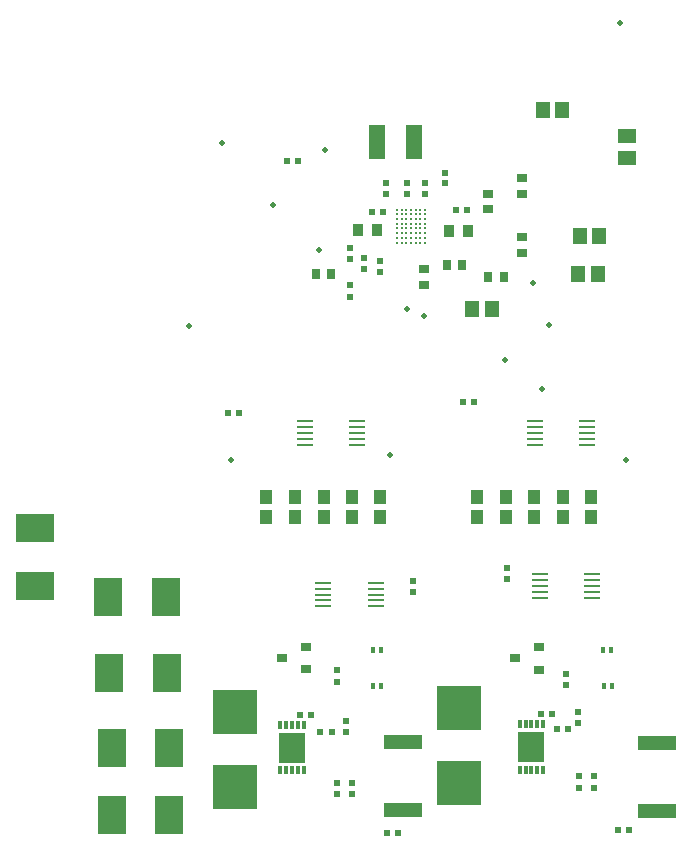
<source format=gtp>
G04*
G04 #@! TF.GenerationSoftware,Altium Limited,Altium Designer,20.2.6 (244)*
G04*
G04 Layer_Color=8421504*
%FSLAX43Y43*%
%MOMM*%
G71*
G04*
G04 #@! TF.SameCoordinates,2F8EC30A-7D6A-479A-A738-A0A0F7C0B456*
G04*
G04*
G04 #@! TF.FilePolarity,Positive*
G04*
G01*
G75*
%ADD21R,0.550X0.500*%
%ADD22R,1.150X1.350*%
%ADD23R,2.400X3.200*%
%ADD24R,3.750X3.700*%
%ADD25R,0.500X0.550*%
%ADD26R,0.600X0.600*%
%ADD27R,0.580X0.580*%
%ADD28R,0.580X0.580*%
%ADD29C,0.279*%
%ADD30R,1.328X0.279*%
%ADD31R,0.900X0.800*%
%ADD32R,0.350X0.600*%
%ADD33C,0.500*%
%ADD34R,0.850X0.700*%
%ADD35R,0.700X0.850*%
%ADD36R,0.900X1.000*%
%ADD37R,1.450X2.950*%
%ADD38R,3.208X1.155*%
%ADD39R,2.300X2.600*%
%ADD40R,0.300X0.790*%
%ADD41R,1.100X1.250*%
%ADD42R,3.200X2.400*%
%ADD43R,1.500X1.300*%
D21*
X29500Y6675D02*
D03*
Y5725D02*
D03*
X30800Y6675D02*
D03*
Y5725D02*
D03*
X49900Y11725D02*
D03*
Y12675D02*
D03*
X48900Y15875D02*
D03*
Y14925D02*
D03*
X33200Y50875D02*
D03*
Y49925D02*
D03*
X31800Y51075D02*
D03*
Y50125D02*
D03*
X30596Y51966D02*
D03*
Y51016D02*
D03*
X30600Y48775D02*
D03*
Y47825D02*
D03*
X50000Y6250D02*
D03*
Y7200D02*
D03*
X51300Y6250D02*
D03*
Y7200D02*
D03*
X29500Y15225D02*
D03*
Y16175D02*
D03*
X30288Y11875D02*
D03*
Y10925D02*
D03*
D22*
X46975Y63600D02*
D03*
X48625D02*
D03*
X51725Y53000D02*
D03*
X50075D02*
D03*
X49975Y49700D02*
D03*
X51625D02*
D03*
X40975Y46800D02*
D03*
X42625D02*
D03*
D23*
X10450Y3900D02*
D03*
X15350D02*
D03*
Y9600D02*
D03*
X10450D02*
D03*
X15150Y16000D02*
D03*
X10250D02*
D03*
X10150Y22400D02*
D03*
X15050D02*
D03*
D24*
X20900Y6325D02*
D03*
Y12675D02*
D03*
X39900Y12975D02*
D03*
Y6625D02*
D03*
D25*
X47775Y12500D02*
D03*
X46825D02*
D03*
X49075Y11200D02*
D03*
X48125D02*
D03*
X27375Y12400D02*
D03*
X26425D02*
D03*
X29075Y11000D02*
D03*
X28125D02*
D03*
D26*
X43900Y24860D02*
D03*
Y23940D02*
D03*
X36000Y23760D02*
D03*
Y22840D02*
D03*
D27*
X32486Y55000D02*
D03*
X33406D02*
D03*
X39640Y55200D02*
D03*
X40560D02*
D03*
X25340Y59300D02*
D03*
X26260D02*
D03*
X33740Y2400D02*
D03*
X34660D02*
D03*
X54260Y2700D02*
D03*
X53340D02*
D03*
X21260Y38000D02*
D03*
X20340D02*
D03*
X40240Y38900D02*
D03*
X41160D02*
D03*
D28*
X33700Y56540D02*
D03*
Y57460D02*
D03*
X35500D02*
D03*
Y56540D02*
D03*
X36996Y57414D02*
D03*
Y56494D02*
D03*
X38692Y57408D02*
D03*
Y58328D02*
D03*
D29*
X37000Y52400D02*
D03*
X36600D02*
D03*
X36200D02*
D03*
X35800D02*
D03*
X35400D02*
D03*
X35000D02*
D03*
X34600D02*
D03*
X37000Y52800D02*
D03*
X36600D02*
D03*
X36200D02*
D03*
X35800D02*
D03*
X35400D02*
D03*
X35000D02*
D03*
X34600D02*
D03*
X37000Y53200D02*
D03*
X36600D02*
D03*
X36200D02*
D03*
X35800D02*
D03*
X35400D02*
D03*
X35000D02*
D03*
X34600D02*
D03*
X37000Y53600D02*
D03*
X36600D02*
D03*
X36200D02*
D03*
X35800D02*
D03*
X35400D02*
D03*
X35000D02*
D03*
X34600D02*
D03*
X37000Y54000D02*
D03*
X36600D02*
D03*
X36200D02*
D03*
X35800D02*
D03*
X35400D02*
D03*
X35000D02*
D03*
X34600D02*
D03*
X37000Y54400D02*
D03*
X36600D02*
D03*
X36200D02*
D03*
X35800D02*
D03*
X35400D02*
D03*
X35000D02*
D03*
X34600D02*
D03*
X37000Y54800D02*
D03*
X36600D02*
D03*
X36200D02*
D03*
X35800D02*
D03*
X35400D02*
D03*
X35000D02*
D03*
X34600D02*
D03*
X37000Y55200D02*
D03*
X36600D02*
D03*
X36200D02*
D03*
X35800D02*
D03*
X35400D02*
D03*
X35000D02*
D03*
X34600D02*
D03*
D30*
X28387Y21599D02*
D03*
Y22100D02*
D03*
Y22600D02*
D03*
Y23100D02*
D03*
Y23601D02*
D03*
X32813D02*
D03*
Y23100D02*
D03*
Y22600D02*
D03*
Y22100D02*
D03*
Y21599D02*
D03*
X46687Y22299D02*
D03*
Y22800D02*
D03*
Y23300D02*
D03*
Y23800D02*
D03*
Y24301D02*
D03*
X51113D02*
D03*
Y23800D02*
D03*
Y23300D02*
D03*
Y22800D02*
D03*
Y22299D02*
D03*
X26787Y35299D02*
D03*
Y35800D02*
D03*
Y36300D02*
D03*
Y36800D02*
D03*
Y37301D02*
D03*
X31213D02*
D03*
Y36800D02*
D03*
Y36300D02*
D03*
Y35800D02*
D03*
Y35299D02*
D03*
X46287D02*
D03*
Y35800D02*
D03*
Y36300D02*
D03*
Y36800D02*
D03*
Y37301D02*
D03*
X50713D02*
D03*
Y36800D02*
D03*
Y36300D02*
D03*
Y35800D02*
D03*
Y35299D02*
D03*
D31*
X44600Y17200D02*
D03*
X46600Y18150D02*
D03*
Y16250D02*
D03*
X24904Y17225D02*
D03*
X26904Y18175D02*
D03*
Y16275D02*
D03*
D32*
X52750Y17900D02*
D03*
X52050D02*
D03*
X52850Y14900D02*
D03*
X52150D02*
D03*
X32550Y17900D02*
D03*
X33250D02*
D03*
X32550Y14900D02*
D03*
X33250D02*
D03*
D33*
X54000Y34000D02*
D03*
X34000Y34400D02*
D03*
X43800Y42500D02*
D03*
X47500Y45400D02*
D03*
X53500Y71000D02*
D03*
X46100Y49000D02*
D03*
X36900Y46200D02*
D03*
X35500Y46800D02*
D03*
X28000Y51800D02*
D03*
X17000Y45300D02*
D03*
X24100Y55600D02*
D03*
X28500Y60200D02*
D03*
X20600Y34000D02*
D03*
X46900Y40000D02*
D03*
X19800Y60800D02*
D03*
D34*
X45200Y51550D02*
D03*
Y52850D02*
D03*
Y57850D02*
D03*
Y56550D02*
D03*
X36900Y50150D02*
D03*
Y48850D02*
D03*
X42300Y56550D02*
D03*
Y55250D02*
D03*
D35*
X43650Y49500D02*
D03*
X42350D02*
D03*
X38850Y50500D02*
D03*
X40150D02*
D03*
X29050Y49700D02*
D03*
X27750D02*
D03*
D36*
X39000Y53400D02*
D03*
X40600D02*
D03*
X32900Y53446D02*
D03*
X31300D02*
D03*
D37*
X32950Y60900D02*
D03*
X36050D02*
D03*
D38*
X56600Y4317D02*
D03*
Y10018D02*
D03*
X35104Y10076D02*
D03*
Y4374D02*
D03*
D39*
X46000Y9700D02*
D03*
X25704Y9625D02*
D03*
D40*
X45000Y11620D02*
D03*
X45500D02*
D03*
X46000D02*
D03*
X46500D02*
D03*
X47000D02*
D03*
Y7780D02*
D03*
X46500D02*
D03*
X46000D02*
D03*
X45500D02*
D03*
X45000D02*
D03*
X24704Y11545D02*
D03*
X25204D02*
D03*
X25704D02*
D03*
X26204D02*
D03*
X26704D02*
D03*
Y7705D02*
D03*
X26204D02*
D03*
X25704D02*
D03*
X25204D02*
D03*
X24704D02*
D03*
D41*
X46237Y29150D02*
D03*
Y30850D02*
D03*
X41429Y29150D02*
D03*
Y30850D02*
D03*
X43833Y29150D02*
D03*
Y30850D02*
D03*
X48642Y29150D02*
D03*
Y30850D02*
D03*
X51046Y29150D02*
D03*
Y30850D02*
D03*
X28400Y29150D02*
D03*
Y30850D02*
D03*
X23496Y29150D02*
D03*
Y30850D02*
D03*
X25996Y29150D02*
D03*
Y30850D02*
D03*
X30804Y29150D02*
D03*
Y30850D02*
D03*
X33209Y29150D02*
D03*
Y30850D02*
D03*
D42*
X4000Y28250D02*
D03*
Y23350D02*
D03*
D43*
X54100Y61450D02*
D03*
Y59550D02*
D03*
M02*

</source>
